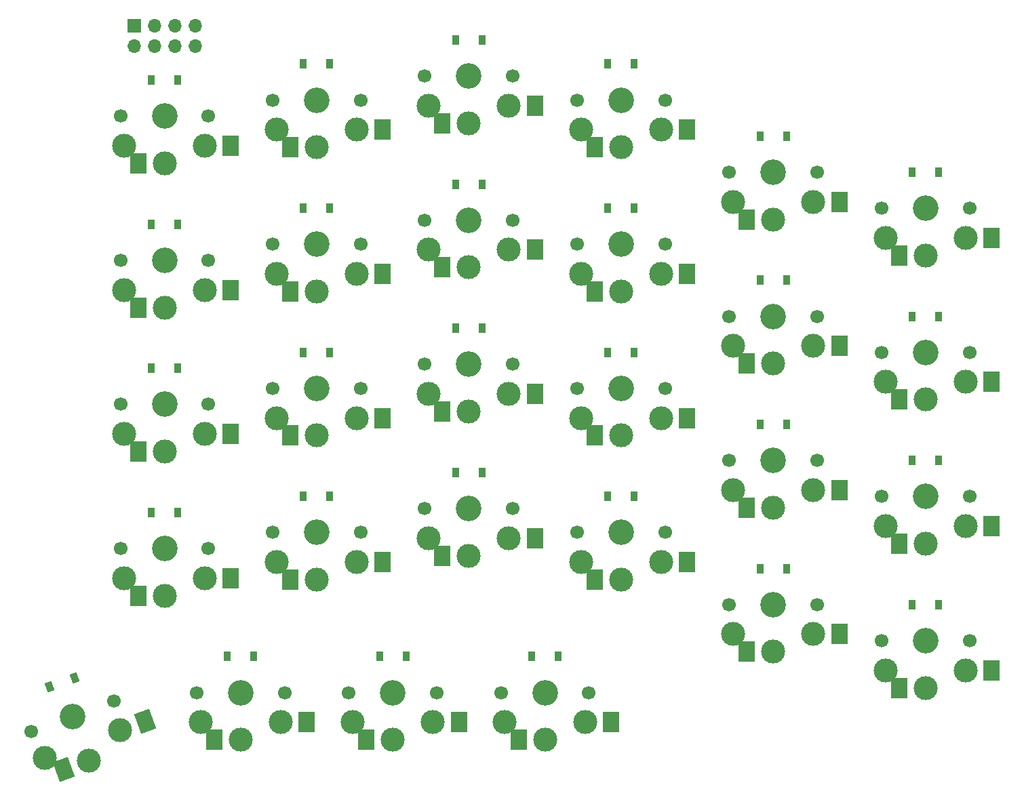
<source format=gbr>
%TF.GenerationSoftware,KiCad,Pcbnew,(6.0.10-0)*%
%TF.CreationDate,2023-01-25T23:07:09+08:00*%
%TF.ProjectId,V4,56342e6b-6963-4616-945f-706362585858,rev?*%
%TF.SameCoordinates,Original*%
%TF.FileFunction,Soldermask,Top*%
%TF.FilePolarity,Negative*%
%FSLAX46Y46*%
G04 Gerber Fmt 4.6, Leading zero omitted, Abs format (unit mm)*
G04 Created by KiCad (PCBNEW (6.0.10-0)) date 2023-01-25 23:07:09*
%MOMM*%
%LPD*%
G01*
G04 APERTURE LIST*
G04 Aperture macros list*
%AMRotRect*
0 Rectangle, with rotation*
0 The origin of the aperture is its center*
0 $1 length*
0 $2 width*
0 $3 Rotation angle, in degrees counterclockwise*
0 Add horizontal line*
21,1,$1,$2,0,0,$3*%
G04 Aperture macros list end*
%ADD10R,1.700000X1.700000*%
%ADD11O,1.700000X1.700000*%
%ADD12C,3.000000*%
%ADD13C,3.200000*%
%ADD14C,1.700000*%
%ADD15R,2.000000X2.600000*%
%ADD16R,0.900000X1.200000*%
%ADD17RotRect,0.900000X1.200000X20.000000*%
%ADD18RotRect,2.000000X2.600000X200.000000*%
G04 APERTURE END LIST*
D10*
%TO.C,J1*%
X148200000Y-51725000D03*
D11*
X148200000Y-54265000D03*
X150740000Y-51725000D03*
X150740000Y-54265000D03*
X153280000Y-51725000D03*
X153280000Y-54265000D03*
X155820000Y-51725000D03*
X155820000Y-54265000D03*
%TD*%
D12*
%TO.C,SW20*%
X171000000Y-84900000D03*
D13*
X171000000Y-79000000D03*
D14*
X176500000Y-79000000D03*
D12*
X166000000Y-82700000D03*
D14*
X165500000Y-79000000D03*
%TD*%
D12*
%TO.C,SW8*%
X171000000Y-66899998D03*
D14*
X176500000Y-60999998D03*
D12*
X166000000Y-64699998D03*
D14*
X165500000Y-60999998D03*
D13*
X171000000Y-60999998D03*
%TD*%
D12*
%TO.C,SW11*%
X223000000Y-73700000D03*
D14*
X222500000Y-70000000D03*
X233500000Y-70000000D03*
D12*
X228000000Y-75900000D03*
D13*
X228000000Y-70000000D03*
%TD*%
D14*
%TO.C,SW12*%
X252500000Y-74500000D03*
D13*
X247000000Y-74500000D03*
D14*
X241500000Y-74500000D03*
D12*
X247000000Y-80400000D03*
X242000000Y-78200000D03*
%TD*%
D13*
%TO.C,SW51*%
X199500000Y-135000000D03*
D12*
X199500000Y-140900000D03*
D14*
X205000000Y-135000000D03*
D12*
X204500000Y-138700000D03*
D14*
X194000000Y-135000000D03*
D15*
X207755000Y-138700000D03*
X196198000Y-140900000D03*
%TD*%
D16*
%TO.C,D27*%
X207350000Y-92500000D03*
X210650000Y-92500000D03*
%TD*%
D13*
%TO.C,SW7*%
X152000000Y-63000000D03*
D12*
X152000000Y-68900000D03*
X147000000Y-66700000D03*
D14*
X146500000Y-63000000D03*
X157500000Y-63000000D03*
%TD*%
%TO.C,SW22*%
X203500000Y-79000000D03*
X214500000Y-79000000D03*
D13*
X209000000Y-79000000D03*
D12*
X209000000Y-84900000D03*
X204000000Y-82700000D03*
%TD*%
%TO.C,SW58*%
X194500000Y-138700000D03*
D13*
X199500000Y-135000000D03*
D14*
X194000000Y-135000000D03*
X205000000Y-135000000D03*
D12*
X199500000Y-140900000D03*
%TD*%
%TO.C,SW44*%
X166000000Y-118700000D03*
X171000000Y-120900000D03*
D14*
X176500000Y-115000000D03*
D13*
X171000000Y-115000000D03*
D14*
X165500000Y-115000000D03*
%TD*%
D15*
%TO.C,SW15*%
X205698000Y-84900000D03*
X217255000Y-82700000D03*
D14*
X203500000Y-79000000D03*
X214500000Y-79000000D03*
D12*
X214000000Y-82700000D03*
D13*
X209000000Y-79000000D03*
D12*
X209000000Y-84900000D03*
%TD*%
D14*
%TO.C,SW36*%
X252500000Y-110500000D03*
D13*
X247000000Y-110500000D03*
D12*
X247000000Y-116400000D03*
X242000000Y-114200000D03*
D14*
X241500000Y-110500000D03*
%TD*%
D16*
%TO.C,D15*%
X207350000Y-74500000D03*
X210650000Y-74500000D03*
%TD*%
D12*
%TO.C,SW34*%
X204000000Y-100700000D03*
D13*
X209000000Y-97000000D03*
D14*
X214500000Y-97000000D03*
D12*
X209000000Y-102900000D03*
D14*
X203500000Y-97000000D03*
%TD*%
D16*
%TO.C,D37*%
X245350000Y-124000000D03*
X248650000Y-124000000D03*
%TD*%
%TO.C,D52*%
X178850000Y-130500000D03*
X182150000Y-130500000D03*
%TD*%
D13*
%TO.C,SW26*%
X228000000Y-106000000D03*
D14*
X222500000Y-106000000D03*
X233500000Y-106000000D03*
D12*
X228000000Y-111900000D03*
X233000000Y-109700000D03*
D15*
X236255000Y-109700000D03*
X224698000Y-111900000D03*
%TD*%
D13*
%TO.C,SW55*%
X140526143Y-137959404D03*
D14*
X135361691Y-139845111D03*
D12*
X137097011Y-143150963D03*
X142547919Y-143508186D03*
D14*
X145698309Y-136082889D03*
%TD*%
D13*
%TO.C,SW9*%
X190000000Y-58000003D03*
D14*
X195500000Y-58000003D03*
D12*
X185000000Y-61700003D03*
X190000000Y-63900003D03*
D14*
X184500000Y-58000003D03*
%TD*%
D12*
%TO.C,SW21*%
X190000000Y-81900000D03*
D13*
X190000000Y-76000000D03*
D14*
X195500000Y-76000000D03*
D12*
X185000000Y-79700000D03*
D14*
X184500000Y-76000000D03*
%TD*%
D12*
%TO.C,SW19*%
X152000000Y-86900000D03*
D14*
X146500000Y-81000000D03*
D13*
X152000000Y-81000000D03*
D14*
X157500000Y-81000000D03*
D12*
X147000000Y-84700000D03*
%TD*%
%TO.C,SW45*%
X190000000Y-117900000D03*
X185000000Y-115700000D03*
D14*
X184500000Y-112000000D03*
D13*
X190000000Y-112000000D03*
D14*
X195500000Y-112000000D03*
%TD*%
D12*
%TO.C,SW38*%
X233000000Y-127700000D03*
D14*
X222500000Y-124000000D03*
D13*
X228000000Y-124000000D03*
D12*
X228000000Y-129900000D03*
D14*
X233500000Y-124000000D03*
D15*
X236255000Y-127700000D03*
X224698000Y-129900000D03*
%TD*%
D17*
%TO.C,D54*%
X137649507Y-134264333D03*
X140750493Y-133135667D03*
%TD*%
D14*
%TO.C,SW33*%
X195500000Y-94000000D03*
D13*
X190000000Y-94000000D03*
D14*
X184500000Y-94000000D03*
D12*
X185000000Y-97700000D03*
X190000000Y-99900000D03*
%TD*%
D13*
%TO.C,SW27*%
X209000000Y-97000000D03*
D12*
X209000000Y-102900000D03*
D14*
X203500000Y-97000000D03*
X214500000Y-97000000D03*
D12*
X214000000Y-100700000D03*
D15*
X217255000Y-100700000D03*
X205698000Y-102900000D03*
%TD*%
D12*
%TO.C,SW24*%
X242000000Y-96200000D03*
D13*
X247000000Y-92500000D03*
D12*
X247000000Y-98400000D03*
D14*
X241500000Y-92500000D03*
X252500000Y-92500000D03*
%TD*%
D12*
%TO.C,SW47*%
X223000000Y-127700000D03*
D13*
X228000000Y-124000000D03*
D12*
X228000000Y-129900000D03*
D14*
X233500000Y-124000000D03*
X222500000Y-124000000D03*
%TD*%
D16*
%TO.C,D53*%
X159850000Y-130500000D03*
X163150000Y-130500000D03*
%TD*%
%TO.C,D39*%
X207350000Y-110500000D03*
X210650000Y-110500000D03*
%TD*%
D14*
%TO.C,SW52*%
X186000000Y-135000000D03*
D12*
X185500000Y-138700000D03*
D13*
X180500000Y-135000000D03*
D14*
X175000000Y-135000000D03*
D12*
X180500000Y-140900000D03*
D15*
X188755000Y-138700000D03*
X177198000Y-140900000D03*
%TD*%
D12*
%TO.C,SW32*%
X171000000Y-102900000D03*
D14*
X176500000Y-97000000D03*
D13*
X171000000Y-97000000D03*
D14*
X165500000Y-97000000D03*
D12*
X166000000Y-100700000D03*
%TD*%
D16*
%TO.C,D42*%
X150350000Y-112500000D03*
X153650000Y-112500000D03*
%TD*%
D14*
%TO.C,SW10*%
X203500000Y-61000000D03*
D12*
X209000000Y-66900000D03*
X204000000Y-64700000D03*
D13*
X209000000Y-61000000D03*
D14*
X214500000Y-61000000D03*
%TD*%
%TO.C,SW13*%
X252500000Y-92500000D03*
D13*
X247000000Y-92500000D03*
D14*
X241500000Y-92500000D03*
D12*
X247000000Y-98400000D03*
X252000000Y-96200000D03*
D15*
X255255000Y-96200000D03*
X243698000Y-98400000D03*
%TD*%
D14*
%TO.C,SW35*%
X222500000Y-106000000D03*
X233500000Y-106000000D03*
D12*
X228000000Y-111900000D03*
D13*
X228000000Y-106000000D03*
D12*
X223000000Y-109700000D03*
%TD*%
D13*
%TO.C,SW43*%
X152000000Y-117000000D03*
D14*
X157500000Y-117000000D03*
D12*
X147000000Y-120700000D03*
D14*
X146500000Y-117000000D03*
D12*
X152000000Y-122900000D03*
%TD*%
%TO.C,SW31*%
X152000000Y-104900000D03*
D14*
X157500000Y-99000000D03*
D13*
X152000000Y-99000000D03*
D14*
X146500000Y-99000000D03*
D12*
X147000000Y-102700000D03*
%TD*%
D16*
%TO.C,D13*%
X245350000Y-88000000D03*
X248650000Y-88000000D03*
%TD*%
D12*
%TO.C,SW42*%
X157000000Y-120700000D03*
D13*
X152000000Y-117000000D03*
D12*
X152000000Y-122900000D03*
D14*
X157500000Y-117000000D03*
X146500000Y-117000000D03*
D15*
X160255000Y-120700000D03*
X148698000Y-122900000D03*
%TD*%
%TO.C,SW14*%
X224698000Y-93900000D03*
X236255000Y-91700000D03*
D12*
X233000000Y-91700000D03*
D14*
X222500000Y-88000000D03*
D13*
X228000000Y-88000000D03*
D12*
X228000000Y-93900000D03*
D14*
X233500000Y-88000000D03*
%TD*%
D16*
%TO.C,D26*%
X226350000Y-101500000D03*
X229650000Y-101500000D03*
%TD*%
D12*
%TO.C,SW53*%
X161499996Y-140900000D03*
X166499996Y-138700000D03*
D13*
X161499996Y-135000000D03*
D14*
X155999996Y-135000000D03*
X166999996Y-135000000D03*
D15*
X169754996Y-138700000D03*
X158197996Y-140900000D03*
%TD*%
D12*
%TO.C,SW23*%
X228000000Y-93900000D03*
D13*
X228000000Y-88000000D03*
D12*
X223000000Y-91700000D03*
D14*
X233500000Y-88000000D03*
X222500000Y-88000000D03*
%TD*%
%TO.C,SW40*%
X184500000Y-112000000D03*
D13*
X190000000Y-112000000D03*
D14*
X195500000Y-112000000D03*
D12*
X190000000Y-117900000D03*
X195000000Y-115700000D03*
D15*
X198255000Y-115700000D03*
X186698000Y-117900000D03*
%TD*%
D12*
%TO.C,SW41*%
X171000000Y-120900000D03*
D13*
X171000000Y-115000000D03*
D14*
X165500000Y-115000000D03*
X176500000Y-115000000D03*
D12*
X176000000Y-118700000D03*
D15*
X179255000Y-118700000D03*
X167698000Y-120900000D03*
%TD*%
D13*
%TO.C,SW48*%
X247000000Y-128500000D03*
D14*
X252500000Y-128500000D03*
D12*
X247000000Y-134400000D03*
X242000000Y-132200000D03*
D14*
X241500000Y-128500000D03*
%TD*%
D16*
%TO.C,D14*%
X229650000Y-83500000D03*
X226350000Y-83500000D03*
%TD*%
D13*
%TO.C,SW39*%
X209000000Y-115000000D03*
D12*
X209000000Y-120900000D03*
X214000000Y-118700000D03*
D14*
X214500000Y-115000000D03*
X203500000Y-115000000D03*
D15*
X217255000Y-118700000D03*
X205698000Y-120900000D03*
%TD*%
D16*
%TO.C,D40*%
X188350000Y-107500000D03*
X191650000Y-107500000D03*
%TD*%
%TO.C,D51*%
X197850000Y-130500000D03*
X201150000Y-130500000D03*
%TD*%
D12*
%TO.C,SW46*%
X204000000Y-118700000D03*
D14*
X203500000Y-115000000D03*
X214500000Y-115000000D03*
D12*
X209000000Y-120900000D03*
D13*
X209000000Y-115000000D03*
%TD*%
D14*
%TO.C,SW56*%
X166999996Y-135000000D03*
X155999996Y-135000000D03*
D12*
X156499996Y-138700000D03*
D13*
X161499996Y-135000000D03*
D12*
X161499996Y-140900000D03*
%TD*%
%TO.C,SW57*%
X175500000Y-138700000D03*
D14*
X175000000Y-135000000D03*
D13*
X180500000Y-135000000D03*
D14*
X186000000Y-135000000D03*
D12*
X180500000Y-140900000D03*
%TD*%
%TO.C,SW25*%
X247000000Y-116400000D03*
D14*
X252500000Y-110500000D03*
D12*
X252000000Y-114200000D03*
D14*
X241500000Y-110500000D03*
D13*
X247000000Y-110500000D03*
D15*
X255255000Y-114200000D03*
X243698000Y-116400000D03*
%TD*%
D16*
%TO.C,D25*%
X245350000Y-106000000D03*
X248650000Y-106000000D03*
%TD*%
D12*
%TO.C,SW54*%
X142547919Y-143508186D03*
D14*
X145698309Y-136082889D03*
X135361691Y-139845111D03*
D13*
X140530000Y-137964000D03*
D12*
X146493938Y-139730762D03*
D18*
X149552637Y-138617486D03*
X139445054Y-144637537D03*
%TD*%
D13*
%TO.C,SW37*%
X247000000Y-128500000D03*
D14*
X252500000Y-128500000D03*
D12*
X252000000Y-132200000D03*
X247000000Y-134400000D03*
D14*
X241500000Y-128500000D03*
D15*
X255255000Y-132200000D03*
X243698000Y-134400000D03*
%TD*%
D16*
%TO.C,D38*%
X226350000Y-119500000D03*
X229650000Y-119500000D03*
%TD*%
%TO.C,D41*%
X169350000Y-110500000D03*
X172650000Y-110500000D03*
%TD*%
D13*
%TO.C,SW17*%
X171000000Y-79000000D03*
D12*
X176000000Y-82700000D03*
D14*
X176500000Y-79000000D03*
D12*
X171000000Y-84900000D03*
D14*
X165500000Y-79000000D03*
D15*
X179255000Y-82700000D03*
X167698000Y-84900000D03*
%TD*%
D14*
%TO.C,SW29*%
X176500000Y-97000000D03*
X165500000Y-97000000D03*
D12*
X176000000Y-100700000D03*
D13*
X171000000Y-97000000D03*
D12*
X171000000Y-102900000D03*
D15*
X179255000Y-100700000D03*
X167698000Y-102900000D03*
%TD*%
D16*
%TO.C,D18*%
X150350000Y-76500000D03*
X153650000Y-76500000D03*
%TD*%
%TO.C,D1*%
X245350000Y-70000000D03*
X248650000Y-70000000D03*
%TD*%
%TO.C,D2*%
X226350000Y-65500000D03*
X229650000Y-65500000D03*
%TD*%
D14*
%TO.C,SW3*%
X203500000Y-61000000D03*
D12*
X209000000Y-66900000D03*
D13*
X209000000Y-61000000D03*
D14*
X214500000Y-61000000D03*
D12*
X214000000Y-64700000D03*
D15*
X217255000Y-64700000D03*
X205698000Y-66900000D03*
%TD*%
D16*
%TO.C,D16*%
X188350000Y-71500000D03*
X191650000Y-71500000D03*
%TD*%
D14*
%TO.C,SW4*%
X184500000Y-58000003D03*
X195500000Y-58000003D03*
D13*
X190000000Y-58000003D03*
D12*
X190000000Y-63900003D03*
X195000000Y-61700003D03*
D15*
X198255000Y-61700003D03*
X186698000Y-63900003D03*
%TD*%
D16*
%TO.C,D4*%
X188350000Y-53500000D03*
X191650000Y-53500000D03*
%TD*%
%TO.C,D3*%
X207350000Y-56500000D03*
X210650000Y-56500000D03*
%TD*%
%TO.C,D30*%
X150350000Y-94500000D03*
X153650000Y-94500000D03*
%TD*%
%TO.C,D28*%
X188350000Y-89500000D03*
X191650000Y-89500000D03*
%TD*%
%TO.C,D6*%
X150350000Y-58500000D03*
X153650000Y-58500000D03*
%TD*%
D14*
%TO.C,SW5*%
X165500000Y-60999998D03*
D12*
X176000000Y-64699998D03*
X171000000Y-66899998D03*
D13*
X171000000Y-60999998D03*
D14*
X176500000Y-60999998D03*
D15*
X179255000Y-64699998D03*
X167698000Y-66899998D03*
%TD*%
D14*
%TO.C,SW28*%
X195500000Y-94000000D03*
X184500000Y-94000000D03*
D12*
X195000000Y-97700000D03*
D13*
X190000000Y-94000000D03*
D12*
X190000000Y-99900000D03*
D15*
X198255000Y-97700000D03*
X186698000Y-99900000D03*
%TD*%
%TO.C,SW1*%
X243698000Y-80400000D03*
X255255000Y-78200000D03*
D14*
X252500000Y-74500000D03*
X241500000Y-74500000D03*
D13*
X247000000Y-74500000D03*
D12*
X247000000Y-80400000D03*
X252000000Y-78200000D03*
%TD*%
%TO.C,SW30*%
X157000000Y-102700000D03*
X152000000Y-104900000D03*
D14*
X146500000Y-99000000D03*
X157500000Y-99000000D03*
D13*
X152000000Y-99000000D03*
D15*
X160255000Y-102700000D03*
X148698000Y-104900000D03*
%TD*%
D12*
%TO.C,SW18*%
X152000000Y-86900000D03*
D14*
X157500000Y-81000000D03*
D13*
X152000000Y-81000000D03*
D14*
X146500000Y-81000000D03*
D12*
X157000000Y-84700000D03*
D15*
X160255000Y-84700000D03*
X148698000Y-86900000D03*
%TD*%
D16*
%TO.C,D17*%
X169350000Y-74500000D03*
X172650000Y-74500000D03*
%TD*%
D14*
%TO.C,SW6*%
X157500000Y-63000000D03*
X146500000Y-63000000D03*
D12*
X157000000Y-66700000D03*
X152000000Y-68900000D03*
D13*
X152000000Y-63000000D03*
D15*
X160255000Y-66700000D03*
X148698000Y-68900000D03*
%TD*%
D13*
%TO.C,SW2*%
X228000000Y-70000000D03*
D14*
X233500000Y-70000000D03*
X222500000Y-70000000D03*
D12*
X233000000Y-73700000D03*
X228000000Y-75900000D03*
D15*
X236255000Y-73700000D03*
X224698000Y-75900000D03*
%TD*%
D16*
%TO.C,D29*%
X169350000Y-92500000D03*
X172650000Y-92500000D03*
%TD*%
%TO.C,D5*%
X169350000Y-56499998D03*
X172650000Y-56499998D03*
%TD*%
D12*
%TO.C,SW16*%
X195000000Y-79700000D03*
X190000000Y-81900000D03*
D13*
X190000000Y-76000000D03*
D14*
X195500000Y-76000000D03*
X184500000Y-76000000D03*
D15*
X198255000Y-79700000D03*
X186698000Y-81900000D03*
%TD*%
M02*

</source>
